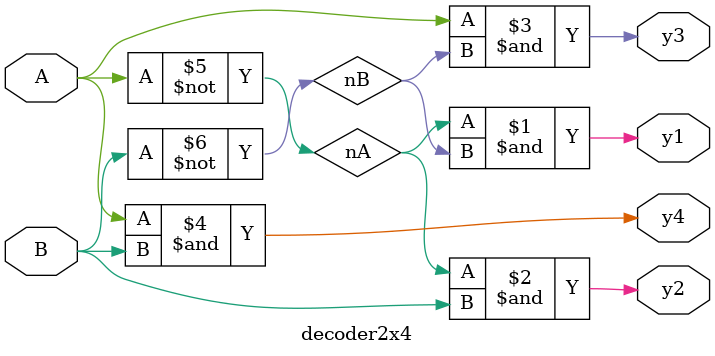
<source format=v>
module decoder2x4(A,B,y1,y2,y3,y4);
input A,B;
output y1,y2,y3,y4;
wire nA,nB;   //nA= not of A. nB not of B.
not n1(nA,A);   //outputs always first and inputs later.
not n2(nB,B);
and a1(y1,nA,nB);
and a2(y2,nA,B);
and a3(y3,A,nB);
and a4(y4,A,B);
endmodule
//verilog code is case sensetive. every term will lower case.
//empty line not allowed among allowed otherwise it give error.


</source>
